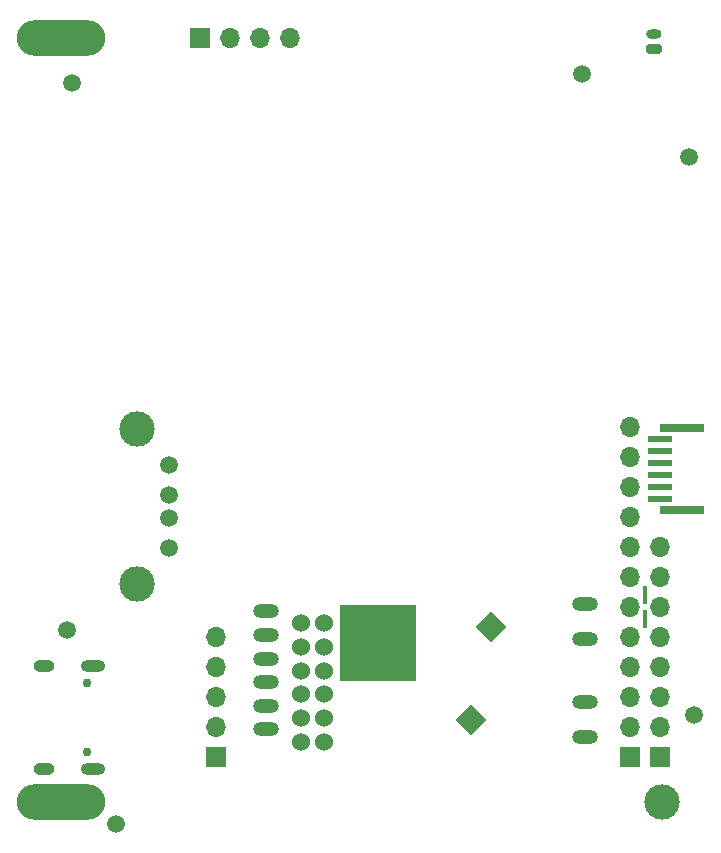
<source format=gbr>
G04 #@! TF.GenerationSoftware,KiCad,Pcbnew,(5.99.0-10509-g065f85b504)*
G04 #@! TF.CreationDate,2021-07-11T16:30:23-06:00*
G04 #@! TF.ProjectId,HAT_ver_7,4841545f-7665-4725-9f37-2e6b69636164,7.0.6*
G04 #@! TF.SameCoordinates,Original*
G04 #@! TF.FileFunction,Soldermask,Bot*
G04 #@! TF.FilePolarity,Negative*
%FSLAX46Y46*%
G04 Gerber Fmt 4.6, Leading zero omitted, Abs format (unit mm)*
G04 Created by KiCad (PCBNEW (5.99.0-10509-g065f85b504)) date 2021-07-11 16:30:23*
%MOMM*%
%LPD*%
G01*
G04 APERTURE LIST*
G04 Aperture macros list*
%AMRoundRect*
0 Rectangle with rounded corners*
0 $1 Rounding radius*
0 $2 $3 $4 $5 $6 $7 $8 $9 X,Y pos of 4 corners*
0 Add a 4 corners polygon primitive as box body*
4,1,4,$2,$3,$4,$5,$6,$7,$8,$9,$2,$3,0*
0 Add four circle primitives for the rounded corners*
1,1,$1+$1,$2,$3*
1,1,$1+$1,$4,$5*
1,1,$1+$1,$6,$7*
1,1,$1+$1,$8,$9*
0 Add four rect primitives between the rounded corners*
20,1,$1+$1,$2,$3,$4,$5,0*
20,1,$1+$1,$4,$5,$6,$7,0*
20,1,$1+$1,$6,$7,$8,$9,0*
20,1,$1+$1,$8,$9,$2,$3,0*%
%AMRotRect*
0 Rectangle, with rotation*
0 The origin of the aperture is its center*
0 $1 length*
0 $2 width*
0 $3 Rotation angle, in degrees counterclockwise*
0 Add horizontal line*
21,1,$1,$2,0,0,$3*%
G04 Aperture macros list end*
%ADD10C,1.501140*%
%ADD11C,2.999740*%
%ADD12R,1.700000X1.700000*%
%ADD13O,1.700000X1.700000*%
%ADD14RoundRect,0.200000X-0.450000X0.200000X-0.450000X-0.200000X0.450000X-0.200000X0.450000X0.200000X0*%
%ADD15O,1.300000X0.800000*%
%ADD16C,1.500000*%
%ADD17O,2.200000X1.200000*%
%ADD18R,6.400000X6.400000*%
%ADD19RotRect,1.800000X1.800000X315.000000*%
%ADD20R,0.400000X1.500000*%
%ADD21O,7.500000X3.000000*%
%ADD22C,1.524000*%
%ADD23C,2.999999*%
%ADD24C,0.750000*%
%ADD25O,2.100000X1.000000*%
%ADD26O,1.800000X1.000000*%
%ADD27R,3.800000X0.700000*%
%ADD28R,2.000000X0.600000*%
G04 APERTURE END LIST*
D10*
X140790080Y-102767540D03*
X140790080Y-105267540D03*
X140790080Y-107267540D03*
X140790080Y-109767540D03*
D11*
X138080080Y-99697540D03*
X138080080Y-112837540D03*
D12*
X182321200Y-127422000D03*
D13*
X182321200Y-124882000D03*
X182321200Y-122342000D03*
X182321200Y-119802000D03*
X182321200Y-117262000D03*
X182321200Y-114722000D03*
X182321200Y-112182000D03*
X182321200Y-109642000D03*
D14*
X181810000Y-67490000D03*
D15*
X181810000Y-66240000D03*
D16*
X132105400Y-116713000D03*
X175770000Y-69620000D03*
X136321800Y-133121400D03*
X132590000Y-70380000D03*
X185210000Y-123880000D03*
D12*
X143408400Y-66624400D03*
D13*
X145948400Y-66624400D03*
X148488400Y-66624400D03*
X151028400Y-66624400D03*
D16*
X184770000Y-76680000D03*
D17*
X149010000Y-125130000D03*
X149010000Y-123130000D03*
X149010000Y-121130000D03*
X149010000Y-119130000D03*
X149010000Y-117130000D03*
X149010000Y-115130000D03*
X176010000Y-114480000D03*
X176010000Y-117480000D03*
X176010000Y-122780000D03*
X176010000Y-125780000D03*
D18*
X158510000Y-117830000D03*
D19*
X168060000Y-116430000D03*
X166310000Y-124330000D03*
D20*
X181050000Y-115760000D03*
X181050000Y-113760000D03*
D21*
X131673600Y-131267200D03*
D22*
X153939600Y-116158000D03*
X153939600Y-118158000D03*
X153939600Y-120158000D03*
X153939600Y-122158000D03*
X153939600Y-124158000D03*
X153939600Y-126158000D03*
X151939600Y-116158000D03*
X151939600Y-118158000D03*
X151939600Y-120158000D03*
X151939600Y-122158000D03*
X151939600Y-124158000D03*
X151939600Y-126158000D03*
D12*
X144729200Y-127422000D03*
D13*
X144729200Y-124882000D03*
X144729200Y-122342000D03*
X144729200Y-119802000D03*
X144729200Y-117262000D03*
D12*
X179781200Y-127422000D03*
D13*
X179781200Y-124882000D03*
X179781200Y-122342000D03*
X179781200Y-119802000D03*
X179781200Y-117262000D03*
X179781200Y-114722000D03*
X179781200Y-112182000D03*
X179781200Y-109642000D03*
X179781200Y-107102000D03*
X179781200Y-104562000D03*
X179781200Y-102022000D03*
X179781200Y-99482000D03*
D23*
X182524400Y-131267200D03*
D21*
X131673600Y-66598800D03*
D24*
X133862500Y-127010000D03*
X133862500Y-121230000D03*
D25*
X134362500Y-119800000D03*
D26*
X130182500Y-119800000D03*
D25*
X134362500Y-128440000D03*
D26*
X130182500Y-128440000D03*
D27*
X184210000Y-106580000D03*
X184210000Y-99580000D03*
D28*
X182310000Y-100580000D03*
X182310000Y-101580000D03*
X182310000Y-102580000D03*
X182310000Y-103580000D03*
X182310000Y-104580000D03*
X182310000Y-105580000D03*
M02*

</source>
